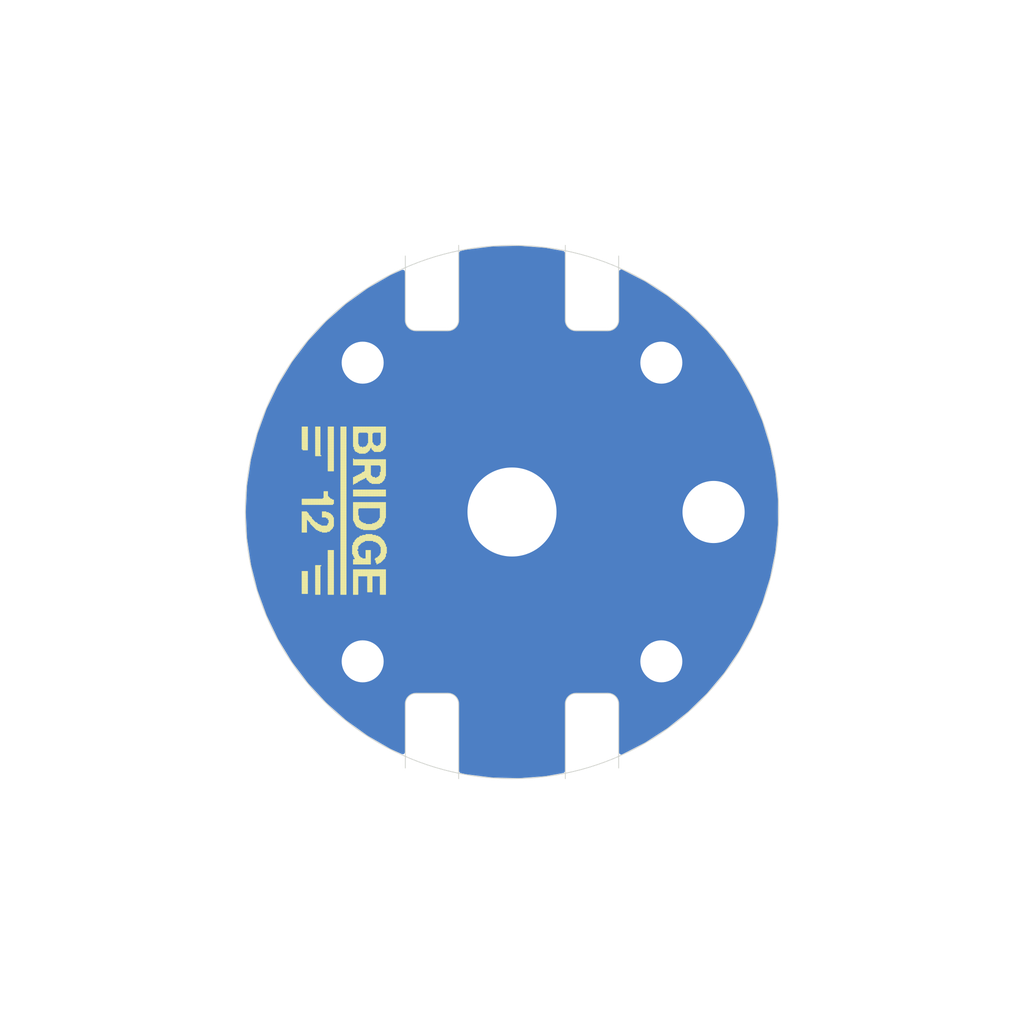
<source format=kicad_pcb>
(kicad_pcb (version 20171130) (host pcbnew "(5.1.9)-1")
  (title_block (title "Open PCB LGR TOP") (date 2022-07-15) (rev 1.0) (company "Bridge12 Technologies, Inc") (comment 1 "X-Band Loop Gap Resonator - TOP") (comment 4 "Timothy Keller"))
  (layers (0 F.Cu signal) (31 B.Cu signal) (34 B.Paste user) (35 F.Paste user) (36 B.SilkS user) (37 F.SilkS user) (38 B.Mask user) (39 F.Mask user) (44 Edge.Cuts user))
  (net 0 "")
  (net 1 GND)
  (module B12T_Open_PCB_LGR:b12t-logo-lowres (layer F.Cu) (at 90 100 270)
    (fp_text reference LOGO hide)
    (fp_text value Val** hide)
  )
  (module MountingHole:MountingHole_2.5mm_Pad (layer F.Cu) (at 108.89 108.89)
    (fp_text reference H3 hide)
    (fp_text value MountingHole_Pad)
    (pad 1 thru_hole circle (at 0 0) (size 5 5) (drill 2.5) (layers *.Cu *.Mask) (net 1 GND))
  )
  (module MountingHole:MountingHole_2.5mm_Pad (layer F.Cu) (at 108.89 91.11)
    (fp_text reference H4 hide)
    (fp_text value MountingHole_Pad)
    (pad 1 thru_hole circle (at 0 0) (size 5 5) (drill 2.5) (layers *.Cu *.Mask) (net 1 GND))
  )
  (module MountingHole:MountingHole_2.5mm_Pad (layer F.Cu) (at 91.11 91.11)
    (fp_text reference H5 hide)
    (fp_text value MountingHole_Pad)
    (pad 1 thru_hole circle (at 0 0) (size 5 5) (drill 2.5) (layers *.Cu *.Mask) (net 1 GND))
  )
  (module MountingHole:MountingHole_2.5mm_Pad (layer F.Cu) (at 91.11 108.89)
    (fp_text reference H6 hide)
    (fp_text value MountingHole_Pad)
    (pad 1 thru_hole circle (at 0 0) (size 5 5) (drill 2.5) (layers *.Cu *.Mask) (net 1 GND))
  )
  (module MountingHole:MountingHole_3.7mm_Pad (layer F.Cu) (at 112 100)
    (fp_text reference H2 hide)
    (fp_text value CouplingLoopHole)
    (pad 1 thru_hole circle (at 0 0) (size 7.4 7.4) (drill 3.7) (layers *.Cu *.Mask) (net 1 GND))
  )
  (module MountingHole:MountingHole_5.3mm_M5_DIN965_Pad (layer F.Cu) (at 100 100)
    (fp_text reference H1 hide)
    (fp_text value SampleLoopHole)
    (pad 1 thru_hole circle (at 0 0) (size 9.2 9.2) (drill 5.3) (layers *.Cu *.Mask) (net 1 GND))
  )
  (gr_arc (start 105.715 111.43) (end 105.715 110.795) (angle 90) (layer Edge.Cuts) (width 0.05))
  (gr_line (start 103.81 110.795) (end 105.715 110.795) (layer Edge.Cuts) (width 0.05))
  (gr_arc (start 103.81 111.43) (end 103.175 111.43) (angle 90) (layer Edge.Cuts) (width 0.05))
  (gr_line (start 103.175 115.875) (end 103.175 111.43) (layer Edge.Cuts) (width 0.05))
  (gr_line (start 106.35 111.43) (end 106.35 115.24) (layer Edge.Cuts) (width 0.05))
  (gr_arc (start 94.285 111.43) (end 93.65 111.43) (angle 90) (layer Edge.Cuts) (width 0.05))
  (gr_line (start 94.285 110.795) (end 96.19 110.795) (layer Edge.Cuts) (width 0.05))
  (gr_arc (start 96.19 111.43) (end 96.19 110.795) (angle 90) (layer Edge.Cuts) (width 0.05))
  (gr_line (start 96.825 111.43) (end 96.825 115.875) (layer Edge.Cuts) (width 0.05))
  (gr_line (start 93.65 115.24) (end 93.65 111.43) (layer Edge.Cuts) (width 0.05))
  (gr_arc (start 103.81 88.57) (end 103.175 88.57) (angle -90) (layer Edge.Cuts) (width 0.05))
  (gr_line (start 103.81 89.205) (end 105.715 89.205) (layer Edge.Cuts) (width 0.05))
  (gr_arc (start 105.715 88.57) (end 105.715 89.205) (angle -90) (layer Edge.Cuts) (width 0.05))
  (gr_line (start 106.35 88.57) (end 106.35 84.76) (layer Edge.Cuts) (width 0.05))
  (gr_line (start 103.175 84.125) (end 103.175 88.57) (layer Edge.Cuts) (width 0.05))
  (gr_arc (start 96.19 88.57) (end 96.19 89.205) (angle -90) (layer Edge.Cuts) (width 0.05))
  (gr_arc (start 94.285 88.57) (end 93.65 88.57) (angle -90) (layer Edge.Cuts) (width 0.05))
  (gr_line (start 96.825 88.57) (end 96.825 84.125) (layer Edge.Cuts) (width 0.05))
  (gr_line (start 94.285 89.205) (end 96.19 89.205) (layer Edge.Cuts) (width 0.05))
  (gr_line (start 93.65 84.76) (end 93.65 88.57) (layer Edge.Cuts) (width 0.05))
  (gr_circle (center 100 100) (end 115.875 100) (layer Edge.Cuts) (width 0.05))
  (zone (net 1) (net_name GND) (layer B.Cu) (connect_pads yes (clearance 0)) (min_thickness 0.254) (fill yes (arc_segments 32) (thermal_gap 0.508) (thermal_bridge_width 0.508))
    (polygon (pts (xy 130.48 130.48) (xy 69.52 130.48) (xy 69.52 69.52) (xy 130.48 69.52)))
  )
)
</source>
